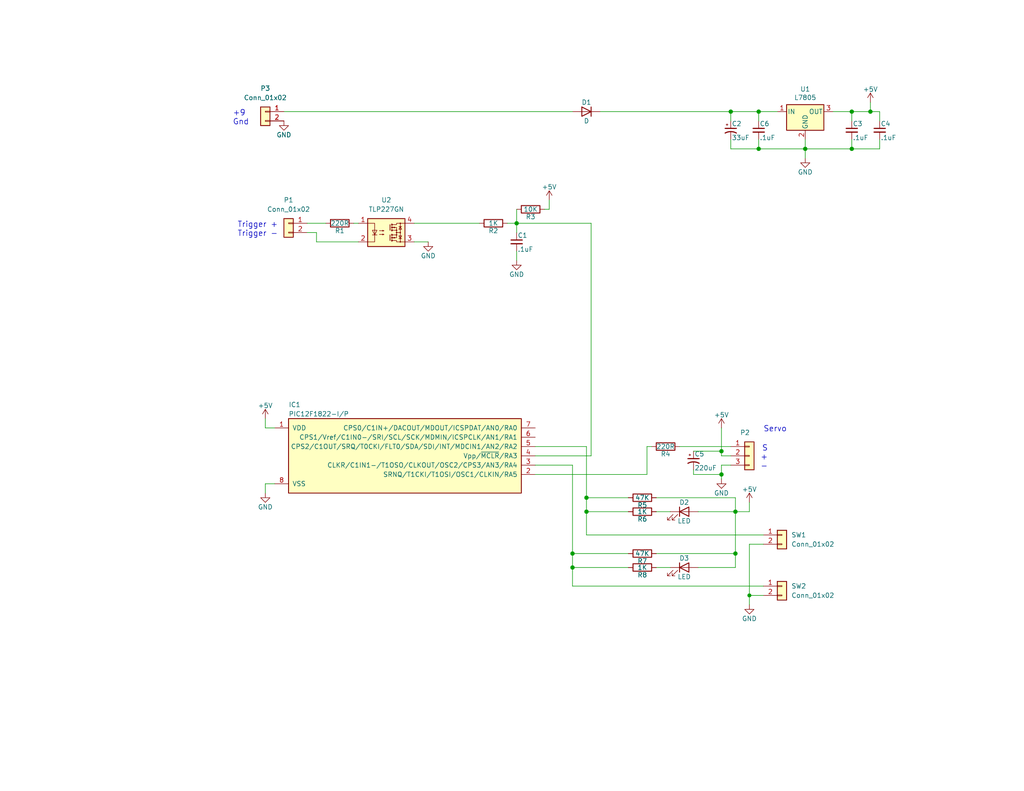
<source format=kicad_sch>
(kicad_sch (version 20211123) (generator eeschema)
  (paper "A")
  (title_block (title "Rocket Servo") (date "2022-09-25") (rev "n/c") (company "DMFE") (comment 1 "Altimeter triggered servo"))
  (lib_symbols
    (symbol "Connector_Generic:Conn_01x02" (pin_names (offset 1.016) hide)
      (property "Reference" "J" (at 0 2.54 0))
      (property "Value" "Conn_01x02" (at 0 -5.08 0))
      (symbol "Conn_01x02_1_1"
        (rectangle (start -1.27 -2.413) (end 0 -2.667) (stroke (width 0.1524)))
        (rectangle (start -1.27 0.127) (end 0 -0.127) (stroke (width 0.1524)))
        (rectangle (start -1.27 1.27) (end 1.27 -3.81) (stroke (width 0.254)) (fill (type background)))
        (pin passive line (at -5.08 0 0) (length 3.81) (name "Pin_1") (number "1"))
        (pin passive line (at -5.08 -2.54 0) (length 3.81) (name "Pin_2") (number "2"))
      )
    )
    (symbol "Connector_Generic:Conn_01x03" (pin_names (offset 1.016) hide)
      (property "Reference" "J" (at 0 5.08 0))
      (property "Value" "Conn_01x03" (at 0 -5.08 0))
      (symbol "Conn_01x03_1_1"
        (rectangle (start -1.27 -2.413) (end 0 -2.667) (stroke (width 0.1524)))
        (rectangle (start -1.27 0.127) (end 0 -0.127) (stroke (width 0.1524)))
        (rectangle (start -1.27 2.667) (end 0 2.413) (stroke (width 0.1524)))
        (rectangle (start -1.27 3.81) (end 1.27 -3.81) (stroke (width 0.254)) (fill (type background)))
        (pin passive line (at -5.08 2.54 0) (length 3.81) (name "Pin_1") (number "1"))
        (pin passive line (at -5.08 0 0) (length 3.81) (name "Pin_2") (number "2"))
        (pin passive line (at -5.08 -2.54 0) (length 3.81) (name "Pin_3") (number "3"))
      )
    )
    (symbol "Device:CP1_Small" (pin_numbers hide) (pin_names (offset 0.254) hide)
      (property "Reference" "C" (at 0.254 1.778 0))
      (property "Value" "CP1_Small" (at 0.254 -2.032 0))
      (symbol "CP1_Small_0_1"
        (polyline (pts (xy -1.524 0.508) (xy 1.524 0.508)) (stroke (width 0.3048)))
        (polyline (pts (xy -1.27 1.524) (xy -0.762 1.524)))
        (polyline (pts (xy -1.016 1.27) (xy -1.016 1.778)))
        (arc (start 1.524 -0.762) (mid 0 -0.3734) (end -1.524 -0.762) (stroke (width 0.3048)))
      )
      (symbol "CP1_Small_1_1"
        (pin passive line (at 0 2.54 270) (length 2.032) (name "~") (number "1"))
        (pin passive line (at 0 -2.54 90) (length 2.032) (name "~") (number "2"))
      )
    )
    (symbol "Device:C_Small" (pin_numbers hide) (pin_names (offset 0.254) hide)
      (property "Reference" "C" (at 0.254 1.778 0))
      (property "Value" "C_Small" (at 0.254 -2.032 0))
      (symbol "C_Small_0_1"
        (polyline (pts (xy -1.524 -0.508) (xy 1.524 -0.508)) (stroke (width 0.3302)))
        (polyline (pts (xy -1.524 0.508) (xy 1.524 0.508)) (stroke (width 0.3048)))
      )
      (symbol "C_Small_1_1"
        (pin passive line (at 0 2.54 270) (length 2.032) (name "~") (number "1"))
        (pin passive line (at 0 -2.54 90) (length 2.032) (name "~") (number "2"))
      )
    )
    (symbol "Device:D" (pin_numbers hide) (pin_names (offset 1.016) hide)
      (property "Reference" "D" (at 0 2.54 0))
      (property "Value" "D" (at 0 -2.54 0))
      (symbol "D_0_1"
        (polyline (pts (xy -1.27 1.27) (xy -1.27 -1.27)) (stroke (width 0.254)))
        (polyline (pts (xy 1.27 0) (xy -1.27 0)))
        (polyline (pts (xy 1.27 1.27) (xy 1.27 -1.27) (xy -1.27 0) (xy 1.27 1.27)) (stroke (width 0.254)))
      )
      (symbol "D_1_1"
        (pin passive line (at -3.81 0 0) (length 2.54) (name "K") (number "1"))
        (pin passive line (at 3.81 0 180) (length 2.54) (name "A") (number "2"))
      )
    )
    (symbol "Device:LED" (pin_numbers hide) (pin_names (offset 1.016) hide)
      (property "Reference" "D" (at 0 2.54 0))
      (property "Value" "LED" (at 0 -2.54 0))
      (symbol "LED_0_1"
        (polyline (pts (xy -1.27 -1.27) (xy -1.27 1.27)) (stroke (width 0.254)))
        (polyline (pts (xy -1.27 0) (xy 1.27 0)))
        (polyline (pts (xy 1.27 -1.27) (xy 1.27 1.27) (xy -1.27 0) (xy 1.27 -1.27)) (stroke (width 0.254)))
        (polyline (pts (xy -3.048 -0.762) (xy -4.572 -2.286) (xy -3.81 -2.286) (xy -4.572 -2.286) (xy -4.572 -1.524)))
        (polyline (pts (xy -1.778 -0.762) (xy -3.302 -2.286) (xy -2.54 -2.286) (xy -3.302 -2.286) (xy -3.302 -1.524)))
      )
      (symbol "LED_1_1"
        (pin passive line (at -3.81 0 0) (length 2.54) (name "K") (number "1"))
        (pin passive line (at 3.81 0 180) (length 2.54) (name "A") (number "2"))
      )
    )
    (symbol "Device:R" (pin_numbers hide) (pin_names (offset 0))
      (property "Reference" "R" (at 2.032 0 90))
      (property "Value" "R" (at 0 0 90))
      (symbol "R_0_1"
        (rectangle (start -1.016 -2.54) (end 1.016 2.54) (stroke (width 0.254)))
      )
      (symbol "R_1_1"
        (pin passive line (at 0 3.81 270) (length 1.27) (name "~") (number "1"))
        (pin passive line (at 0 -3.81 90) (length 1.27) (name "~") (number "2"))
      )
    )
    (symbol "RCSMCtrl-rescue:PIC12(L)F1822-I_P" (pin_names (offset 1.016))
      (property "Reference" "U" (at -31.75 13.97 0))
      (property "Value" "PIC12(L)F1822-I_P" (at -31.75 11.43 0))
      (symbol "PIC12(L)F1822-I_P_0_1"
        (rectangle (start 31.75 -10.16) (end -31.75 10.16) (stroke (width 0.254)) (fill (type background)))
      )
      (symbol "PIC12(L)F1822-I_P_1_1"
        (pin power_in line (at -35.56 7.62 0) (length 3.81) (name "VDD") (number "1"))
        (pin bidirectional line (at 35.56 -5.08 180) (length 3.81) (name "SRNQ/T1CKI/T1OSI/OSC1/CLKIN/RA5") (number "2"))
        (pin bidirectional line (at 35.56 -2.54 180) (length 3.81) (name "CLKR/C1IN1-/T1OSO/CLKOUT/OSC2/CPS3/AN3/RA4") (number "3"))
        (pin input line (at 35.56 0 180) (length 3.81) (name "Vpp/~{MCLR}/RA3") (number "4"))
        (pin bidirectional line (at 35.56 2.54 180) (length 3.81) (name "CPS2/C1OUT/SRQ/T0CKI/FLT0/SDA/SDI/INT/MDCIN1/AN2/RA2") (number "5"))
        (pin bidirectional line (at 35.56 5.08 180) (length 3.81) (name "CPS1/Vref/C1IN0-/SRI/SCL/SCK/MDMIN/ICSPCLK/AN1/RA1") (number "6"))
        (pin bidirectional line (at 35.56 7.62 180) (length 3.81) (name "CPS0/C1IN+/DACOUT/MDOUT/ICSPDAT/AN0/RA0") (number "7"))
        (pin power_in line (at -35.56 -7.62 0) (length 3.81) (name "VSS") (number "8"))
      )
    )
    (symbol "Regulator_Linear:L7805" (pin_names (offset 0.254))
      (property "Reference" "U" (at -3.81 3.175 0))
      (property "Value" "L7805" (at 0 3.175 0))
      (symbol "L7805_0_1"
        (rectangle (start -5.08 1.905) (end 5.08 -5.08) (stroke (width 0.254)) (fill (type background)))
      )
      (symbol "L7805_1_1"
        (pin power_in line (at -7.62 0 0) (length 2.54) (name "IN") (number "1"))
        (pin power_in line (at 0 -7.62 90) (length 2.54) (name "GND") (number "2"))
        (pin power_out line (at 7.62 0 180) (length 2.54) (name "OUT") (number "3"))
      )
    )
    (symbol "Relay_SolidState:TLP222A"
      (property "Reference" "U" (at -5.08 5.08 0))
      (property "Value" "TLP222A" (at 0 5.08 0))
      (symbol "TLP222A_0_1"
        (rectangle (start -5.08 3.81) (end 5.08 -3.81) (stroke (width 0.254)) (fill (type background)))
        (polyline (pts (xy -3.81 -0.635) (xy -2.54 -0.635)))
        (polyline (pts (xy 1.016 -0.635) (xy 1.016 -2.159)) (stroke (width 0.2032)))
        (polyline (pts (xy 1.016 2.159) (xy 1.016 0.635)) (stroke (width 0.2032)))
        (polyline (pts (xy 1.524 -0.508) (xy 1.524 -0.762)) (stroke (width 0.3556)))
        (polyline (pts (xy 2.794 0) (xy 3.81 0)))
        (polyline (pts (xy 3.429 -1.651) (xy 4.191 -1.651)))
        (polyline (pts (xy 3.429 1.651) (xy 4.191 1.651)))
        (polyline (pts (xy 3.81 -2.54) (xy 3.81 2.54)))
        (polyline (pts (xy 1.524 -2.032) (xy 1.524 -2.286) (xy 1.524 -2.286)) (stroke (width 0.3556)))
        (polyline (pts (xy 1.524 -1.27) (xy 1.524 -1.524) (xy 1.524 -1.524)) (stroke (width 0.3556)))
        (polyline (pts (xy 1.524 0.762) (xy 1.524 0.508) (xy 1.524 0.508)) (stroke (width 0.3556)))
        (polyline (pts (xy 1.524 1.524) (xy 1.524 1.27) (xy 1.524 1.27)) (stroke (width 0.3556)))
        (polyline (pts (xy 1.524 2.286) (xy 1.524 2.032) (xy 1.524 2.032)) (stroke (width 0.3556)))
        (polyline (pts (xy 1.651 -1.397) (xy 2.794 -1.397) (xy 2.794 -0.635)))
        (polyline (pts (xy 1.651 1.397) (xy 2.794 1.397) (xy 2.794 0.635)))
        (polyline (pts (xy -5.08 2.54) (xy -3.175 2.54) (xy -3.175 -2.54) (xy -5.08 -2.54)))
        (polyline (pts (xy -3.175 -0.635) (xy -3.81 0.635) (xy -2.54 0.635) (xy -3.175 -0.635)))
        (polyline (pts (xy 1.651 -2.159) (xy 2.794 -2.159) (xy 2.794 -2.54) (xy 5.08 -2.54)))
        (polyline (pts (xy 1.651 -0.635) (xy 2.794 -0.635) (xy 2.794 0.635) (xy 1.651 0.635)))
        (polyline (pts (xy 1.651 2.159) (xy 2.794 2.159) (xy 2.794 2.54) (xy 5.08 2.54)))
        (polyline (pts (xy 1.778 -1.397) (xy 2.286 -1.27) (xy 2.286 -1.524) (xy 1.778 -1.397)))
        (polyline (pts (xy 1.778 1.397) (xy 2.286 1.524) (xy 2.286 1.27) (xy 1.778 1.397)))
        (polyline (pts (xy 3.81 -1.651) (xy 3.429 -0.889) (xy 4.191 -0.889) (xy 3.81 -1.651)))
        (polyline (pts (xy 3.81 1.651) (xy 3.429 0.889) (xy 4.191 0.889) (xy 3.81 1.651)))
        (polyline (pts (xy -1.905 -0.508) (xy -0.635 -0.508) (xy -1.016 -0.635) (xy -1.016 -0.381) (xy -0.635 -0.508)))
        (polyline (pts (xy -1.905 0.508) (xy -0.635 0.508) (xy -1.016 0.381) (xy -1.016 0.635) (xy -0.635 0.508)))
        (circle (center 2.794 -0.635) (radius 0.127))
        (circle (center 2.794 0) (radius 0.127))
        (circle (center 2.794 0.635) (radius 0.127))
        (circle (center 3.81 -2.54) (radius 0.127))
        (circle (center 3.81 0) (radius 0.127))
        (circle (center 3.81 2.54) (radius 0.127))
      )
      (symbol "TLP222A_1_1"
        (pin passive line (at -7.62 2.54 0) (length 2.54) (name "~") (number "1"))
        (pin passive line (at -7.62 -2.54 0) (length 2.54) (name "~") (number "2"))
        (pin passive line (at 7.62 -2.54 180) (length 2.54) (name "~") (number "3"))
        (pin passive line (at 7.62 2.54 180) (length 2.54) (name "~") (number "4"))
      )
    )
    (symbol "power:+5V" (power) (pin_names (offset 0))
      (property "Value" "+5V" (at 0 3.556 0))
      (symbol "+5V_0_1"
        (polyline (pts (xy -0.762 1.27) (xy 0 2.54)))
        (polyline (pts (xy 0 0) (xy 0 2.54)))
        (polyline (pts (xy 0 2.54) (xy 0.762 1.27)))
      )
      (symbol "+5V_1_1"
        (pin power_in line (at 0 0 90) (length 0) hide (name "+5V") (number "1"))
      )
    )
    (symbol "power:GND" (power) (pin_names (offset 0))
      (property "Value" "GND" (at 0 -3.81 0))
      (symbol "GND_0_1"
        (polyline (pts (xy 0 0) (xy 0 -1.27) (xy 1.27 -1.27) (xy 0 -2.54) (xy -1.27 -1.27) (xy 0 -1.27)))
      )
      (symbol "GND_1_1"
        (pin power_in line (at 0 0 270) (length 0) hide (name "GND") (number "1"))
      )
    )
  )
  (junction (at 204.47 162.56))
  (junction (at 237.49 30.48) (diameter 1.016))
  (junction (at 196.85 129.54) (diameter 1.016))
  (junction (at 207.01 30.48) (diameter 1.016))
  (junction (at 160.02 135.89) (diameter 1.016))
  (junction (at 232.41 40.64) (diameter 1.016))
  (junction (at 200.66 139.7) (diameter 1.016))
  (junction (at 232.41 30.48) (diameter 1.016))
  (junction (at 140.97 60.96) (diameter 1.016))
  (junction (at 199.39 30.48) (diameter 1.016))
  (junction (at 207.01 40.64) (diameter 1.016))
  (junction (at 219.71 40.64) (diameter 1.016))
  (junction (at 200.66 151.13) (diameter 1.016))
  (junction (at 160.02 139.7) (diameter 1.016))
  (junction (at 156.21 151.13) (diameter 1.016))
  (junction (at 156.21 154.94) (diameter 1.016))
  (junction (at 196.85 123.19) (diameter 1.016))
  (wire (pts (xy 207.01 40.64) (xy 219.71 40.64)))
  (wire (pts (xy 179.07 151.13) (xy 200.66 151.13)))
  (wire (pts (xy 204.47 162.56) (xy 208.28 162.56)))
  (wire (pts (xy 83.82 60.96) (xy 88.9 60.96)))
  (wire (pts (xy 237.49 30.48) (xy 240.03 30.48)))
  (wire (pts (xy 138.43 60.96) (xy 140.97 60.96)))
  (wire (pts (xy 72.39 116.84) (xy 74.93 116.84)))
  (wire (pts (xy 189.23 128.27) (xy 189.23 129.54)))
  (wire (pts (xy 179.07 154.94) (xy 182.88 154.94)))
  (wire (pts (xy 237.49 30.48) (xy 237.49 27.94)))
  (wire (pts (xy 140.97 60.96) (xy 140.97 63.5)))
  (wire (pts (xy 72.39 134.62) (xy 72.39 132.08)))
  (wire (pts (xy 160.02 139.7) (xy 171.45 139.7)))
  (wire (pts (xy 190.5 139.7) (xy 200.66 139.7)))
  (wire (pts (xy 156.21 127) (xy 156.21 151.13)))
  (wire (pts (xy 219.71 40.64) (xy 232.41 40.64)))
  (wire (pts (xy 86.36 63.5) (xy 86.36 66.04)))
  (wire (pts (xy 208.28 148.59) (xy 204.47 148.59)))
  (wire (pts (xy 200.66 139.7) (xy 200.66 151.13)))
  (wire (pts (xy 149.86 57.15) (xy 148.59 57.15)))
  (wire (pts (xy 160.02 135.89) (xy 160.02 139.7)))
  (wire (pts (xy 199.39 124.46) (xy 196.85 124.46)))
  (wire (pts (xy 232.41 33.02) (xy 232.41 30.48)))
  (wire (pts (xy 232.41 30.48) (xy 237.49 30.48)))
  (wire (pts (xy 204.47 139.7) (xy 204.47 137.16)))
  (wire (pts (xy 196.85 123.19) (xy 196.85 116.84)))
  (wire (pts (xy 160.02 121.92) (xy 160.02 135.89)))
  (wire (pts (xy 161.29 60.96) (xy 140.97 60.96)))
  (wire (pts (xy 160.02 139.7) (xy 160.02 146.05)))
  (wire (pts (xy 227.33 30.48) (xy 232.41 30.48)))
  (wire (pts (xy 149.86 54.61) (xy 149.86 57.15)))
  (wire (pts (xy 196.85 127) (xy 196.85 129.54)))
  (wire (pts (xy 161.29 124.46) (xy 146.05 124.46)))
  (wire (pts (xy 83.82 63.5) (xy 86.36 63.5)))
  (wire (pts (xy 113.03 60.96) (xy 130.81 60.96)))
  (wire (pts (xy 146.05 129.54) (xy 176.53 129.54)))
  (wire (pts (xy 156.21 154.94) (xy 156.21 160.02)))
  (wire (pts (xy 196.85 124.46) (xy 196.85 123.19)))
  (wire (pts (xy 219.71 40.64) (xy 219.71 43.18)))
  (wire (pts (xy 200.66 135.89) (xy 200.66 139.7)))
  (wire (pts (xy 232.41 40.64) (xy 240.03 40.64)))
  (wire (pts (xy 200.66 151.13) (xy 200.66 154.94)))
  (wire (pts (xy 199.39 38.1) (xy 199.39 40.64)))
  (wire (pts (xy 163.83 30.48) (xy 199.39 30.48)))
  (wire (pts (xy 199.39 121.92) (xy 185.42 121.92)))
  (wire (pts (xy 199.39 33.02) (xy 199.39 30.48)))
  (wire (pts (xy 72.39 114.3) (xy 72.39 116.84)))
  (wire (pts (xy 146.05 127) (xy 156.21 127)))
  (wire (pts (xy 160.02 135.89) (xy 171.45 135.89)))
  (wire (pts (xy 176.53 129.54) (xy 176.53 121.92)))
  (wire (pts (xy 219.71 38.1) (xy 219.71 40.64)))
  (wire (pts (xy 140.97 71.12) (xy 140.97 68.58)))
  (wire (pts (xy 156.21 151.13) (xy 171.45 151.13)))
  (wire (pts (xy 189.23 129.54) (xy 196.85 129.54)))
  (wire (pts (xy 113.03 66.04) (xy 116.84 66.04)))
  (wire (pts (xy 240.03 40.64) (xy 240.03 38.1)))
  (wire (pts (xy 207.01 33.02) (xy 207.01 30.48)))
  (wire (pts (xy 156.21 154.94) (xy 171.45 154.94)))
  (wire (pts (xy 146.05 121.92) (xy 160.02 121.92)))
  (wire (pts (xy 199.39 127) (xy 196.85 127)))
  (wire (pts (xy 199.39 30.48) (xy 207.01 30.48)))
  (wire (pts (xy 200.66 135.89) (xy 179.07 135.89)))
  (wire (pts (xy 204.47 148.59) (xy 204.47 162.56)))
  (wire (pts (xy 160.02 146.05) (xy 208.28 146.05)))
  (wire (pts (xy 204.47 162.56) (xy 204.47 165.1)))
  (wire (pts (xy 140.97 60.96) (xy 140.97 57.15)))
  (wire (pts (xy 179.07 139.7) (xy 182.88 139.7)))
  (wire (pts (xy 161.29 60.96) (xy 161.29 124.46)))
  (wire (pts (xy 176.53 121.92) (xy 177.8 121.92)))
  (wire (pts (xy 156.21 151.13) (xy 156.21 154.94)))
  (wire (pts (xy 240.03 30.48) (xy 240.03 33.02)))
  (wire (pts (xy 207.01 38.1) (xy 207.01 40.64)))
  (wire (pts (xy 86.36 66.04) (xy 97.79 66.04)))
  (wire (pts (xy 189.23 123.19) (xy 196.85 123.19)))
  (wire (pts (xy 200.66 154.94) (xy 190.5 154.94)))
  (wire (pts (xy 207.01 30.48) (xy 212.09 30.48)))
  (wire (pts (xy 156.21 160.02) (xy 208.28 160.02)))
  (wire (pts (xy 200.66 139.7) (xy 204.47 139.7)))
  (wire (pts (xy 196.85 129.54) (xy 196.85 130.81)))
  (wire (pts (xy 96.52 60.96) (xy 97.79 60.96)))
  (wire (pts (xy 72.39 132.08) (xy 74.93 132.08)))
  (wire (pts (xy 232.41 38.1) (xy 232.41 40.64)))
  (wire (pts (xy 77.47 30.48) (xy 156.21 30.48)))
  (wire (pts (xy 199.39 40.64) (xy 207.01 40.64)))
  (text "+9\nGnd" (at 63.5 34.29 0) (effects (font (size 1.524 1.524)) (justify left bottom)))
  (text "S\n+\n-" (at 209.55 128.27 180) (effects (font (size 1.524 1.524)) (justify right bottom)))
  (text "Trigger +\nTrigger -" (at 64.77 64.77 0) (effects (font (size 1.524 1.524)) (justify left bottom)))
  (text "Servo" (at 208.28 118.11 0) (effects (font (size 1.524 1.524)) (justify left bottom)))
  (symbol (lib_id "RCSMCtrl-rescue:PIC12(L)F1822-I_P") (at 110.49 124.46 0) (unit 1)
    (property "Reference" "IC1" (at 78.74 110.49 0) (effects (justify left)))
    (property "Value" "PIC12F1822-I/P" (at 78.74 113.03 0) (effects (justify left)))
    (property "Footprint" "Package_DIP:DIP-8_W7.62mm_LongPads" (effects hide))
  )
  (symbol (lib_id "Device:D") (at 160.02 30.48 0) (mirror y) (unit 1)
    (property "Reference" "D1" (at 160.02 27.94 0))
    (property "Value" "D" (at 160.02 33.02 0))
    (property "Footprint" "Diode_SMD:D_SMA" (effects hide))
  )
  (symbol (lib_id "Device:CP1_Small") (at 199.39 35.56 0) (unit 1)
    (property "Reference" "C2" (at 199.644 33.782 0) (effects (justify left)))
    (property "Value" "33uF" (at 199.644 37.592 0) (effects (justify left)))
    (property "Footprint" "Capacitor_THT:CP_Radial_D6.3mm_P2.50mm" (effects hide))
  )
  (symbol (lib_id "Device:C_Small") (at 232.41 35.56 0) (unit 1)
    (property "Reference" "C3" (at 232.664 33.782 0) (effects (justify left)))
    (property "Value" ".1uF" (at 232.664 37.592 0) (effects (justify left)))
    (property "Footprint" "Capacitor_SMD:C_0805_2012Metric_Pad1.18x1.45mm_HandSolder" (effects hide))
  )
  (symbol (lib_id "Device:C_Small") (at 240.03 35.56 0) (unit 1)
    (property "Reference" "C4" (at 240.284 33.782 0) (effects (justify left)))
    (property "Value" ".1uF" (at 240.284 37.592 0) (effects (justify left)))
    (property "Footprint" "Capacitor_SMD:C_0805_2012Metric_Pad1.18x1.45mm_HandSolder" (effects hide))
  )
  (symbol (lib_id "power:+5V") (at 237.49 27.94 0) (unit 1)
    (property "Reference" "#PWR01" (effects hide))
    (property "Value" "+5V" (at 237.49 24.384 0))
  )
  (symbol (lib_id "power:GND") (at 219.71 43.18 0) (unit 1)
    (property "Reference" "#PWR02" (effects hide))
    (property "Value" "GND" (at 219.71 46.99 0))
  )
  (symbol (lib_id "power:+5V") (at 196.85 116.84 0) (unit 1)
    (property "Reference" "#PWR05" (effects hide))
    (property "Value" "+5V" (at 196.85 113.284 0))
  )
  (symbol (lib_id "power:GND") (at 196.85 130.81 0) (unit 1)
    (property "Reference" "#PWR06" (effects hide))
    (property "Value" "GND" (at 196.85 134.62 0))
  )
  (symbol (lib_id "Device:R") (at 181.61 121.92 270) (unit 1)
    (property "Reference" "R4" (at 181.61 123.952 90))
    (property "Value" "220R" (at 181.61 121.92 90))
    (property "Footprint" "Resistor_SMD:R_0805_2012Metric_Pad1.20x1.40mm_HandSolder" (effects hide))
  )
  (symbol (lib_id "power:+5V") (at 72.39 114.3 0) (unit 1)
    (property "Reference" "#PWR07" (effects hide))
    (property "Value" "+5V" (at 72.39 110.744 0))
  )
  (symbol (lib_id "power:GND") (at 72.39 134.62 0) (unit 1)
    (property "Reference" "#PWR08" (effects hide))
    (property "Value" "GND" (at 72.39 138.43 0))
  )
  (symbol (lib_id "Device:R") (at 134.62 60.96 270) (unit 1)
    (property "Reference" "R2" (at 134.62 62.992 90))
    (property "Value" "1K" (at 134.62 60.96 90))
    (property "Footprint" "Resistor_SMD:R_0805_2012Metric_Pad1.20x1.40mm_HandSolder" (effects hide))
  )
  (symbol (lib_id "Device:R") (at 144.78 57.15 270) (unit 1)
    (property "Reference" "R3" (at 144.78 59.182 90))
    (property "Value" "10K" (at 144.78 57.15 90))
    (property "Footprint" "Resistor_SMD:R_0805_2012Metric_Pad1.20x1.40mm_HandSolder" (effects hide))
  )
  (symbol (lib_id "Device:C_Small") (at 140.97 66.04 0) (unit 1)
    (property "Reference" "C1" (at 141.224 64.262 0) (effects (justify left)))
    (property "Value" ".1uF" (at 141.224 68.072 0) (effects (justify left)))
    (property "Footprint" "Capacitor_SMD:C_0805_2012Metric_Pad1.18x1.45mm_HandSolder" (effects hide))
  )
  (symbol (lib_id "power:+5V") (at 149.86 54.61 0) (unit 1)
    (property "Reference" "#PWR010" (effects hide))
    (property "Value" "+5V" (at 149.86 51.054 0))
  )
  (symbol (lib_id "power:GND") (at 140.97 71.12 0) (unit 1)
    (property "Reference" "#PWR011" (effects hide))
    (property "Value" "GND" (at 140.97 74.93 0))
  )
  (symbol (lib_id "Device:LED") (at 186.69 139.7 0) (unit 1)
    (property "Reference" "D2" (at 186.69 137.16 0))
    (property "Value" "LED" (at 186.69 142.24 0))
    (property "Footprint" "LED_SMD:LED_1206_3216Metric_Pad1.42x1.75mm_HandSolder" (effects hide))
  )
  (symbol (lib_id "Device:LED") (at 186.69 154.94 0) (unit 1)
    (property "Reference" "D3" (at 186.69 152.4 0))
    (property "Value" "LED" (at 186.69 157.48 0))
    (property "Footprint" "LED_SMD:LED_1206_3216Metric_Pad1.42x1.75mm_HandSolder" (effects hide))
  )
  (symbol (lib_id "power:+5V") (at 204.47 137.16 0) (unit 1)
    (property "Reference" "#PWR012" (effects hide))
    (property "Value" "+5V" (at 204.47 133.604 0))
  )
  (symbol (lib_id "Device:R") (at 175.26 139.7 270) (unit 1)
    (property "Reference" "R6" (at 175.26 141.732 90))
    (property "Value" "1K" (at 175.26 139.7 90))
    (property "Footprint" "Resistor_SMD:R_0805_2012Metric_Pad1.20x1.40mm_HandSolder" (effects hide))
  )
  (symbol (lib_id "Device:R") (at 175.26 154.94 270) (unit 1)
    (property "Reference" "R8" (at 175.26 156.972 90))
    (property "Value" "1K" (at 175.26 154.94 90))
    (property "Footprint" "Resistor_SMD:R_0805_2012Metric_Pad1.20x1.40mm_HandSolder" (effects hide))
  )
  (symbol (lib_id "Device:R") (at 175.26 135.89 270) (unit 1)
    (property "Reference" "R5" (at 175.26 137.922 90))
    (property "Value" "47K" (at 175.26 135.89 90))
    (property "Footprint" "Resistor_SMD:R_0805_2012Metric_Pad1.20x1.40mm_HandSolder" (effects hide))
  )
  (symbol (lib_id "Device:R") (at 175.26 151.13 270) (unit 1)
    (property "Reference" "R7" (at 175.26 153.162 90))
    (property "Value" "47K" (at 175.26 151.13 90))
    (property "Footprint" "Resistor_SMD:R_0805_2012Metric_Pad1.20x1.40mm_HandSolder" (effects hide))
  )
  (symbol (lib_id "power:GND") (at 204.47 165.1 0) (unit 1)
    (property "Reference" "#PWR013" (effects hide))
    (property "Value" "GND" (at 204.47 168.91 0))
  )
  (symbol (lib_id "Connector_Generic:Conn_01x03") (at 204.47 124.46 0) (unit 1)
    (property "Reference" "P2" (at 201.93 118.11 0) (effects (justify left)))
    (property "Value" "Conn_01x03" (effects hide))
    (property "Footprint" "Connector_PinHeader_2.54mm:PinHeader_1x03_P2.54mm_Vertical" (effects hide))
  )
  (symbol (lib_id "Regulator_Linear:L7805") (at 219.71 30.48 0) (unit 1)
    (property "Reference" "U1" (at 219.71 24.3332 0))
    (property "Value" "L7805" (at 219.71 26.6446 0))
    (property "Footprint" "Package_TO_SOT_SMD:TO-252-3_TabPin2" (effects hide))
    (property "Datasheet" "http://www.st.com/content/ccc/resource/technical/document/datasheet/41/4f/b3/b0/12/d4/47/88/CD00000444.pdf/files/CD00000444.pdf/jcr:content/translations/en.CD00000444.pdf" (effects hide))
  )
  (symbol (lib_id "Device:CP1_Small") (at 189.23 125.73 0) (unit 1)
    (property "Reference" "C5" (at 189.484 123.952 0) (effects (justify left)))
    (property "Value" "220uF" (at 189.484 127.762 0) (effects (justify left)))
    (property "Footprint" "Capacitor_THT:CP_Radial_D6.3mm_P2.50mm" (effects hide))
  )
  (symbol (lib_id "Device:C_Small") (at 207.01 35.56 0) (unit 1)
    (property "Reference" "C6" (at 207.264 33.782 0) (effects (justify left)))
    (property "Value" ".1uF" (at 207.264 37.592 0) (effects (justify left)))
    (property "Footprint" "Capacitor_SMD:C_0805_2012Metric_Pad1.18x1.45mm_HandSolder" (effects hide))
  )
  (symbol (lib_id "power:GND") (at 116.84 66.04 0) (unit 1)
    (property "Reference" "#PWR0102" (effects hide))
    (property "Value" "GND" (at 116.84 69.85 0))
  )
  (symbol (lib_id "Relay_SolidState:TLP222A") (at 105.41 63.5 0) (unit 1)
    (property "Reference" "U2" (at 105.41 54.61 0))
    (property "Value" "TLP227GN" (at 105.41 57.15 0))
    (property "Footprint" "Package_DIP:DIP-4_W7.62mm_LongPads" (effects hide))
    (property "Datasheet" "https://toshiba.semicon-storage.com/info/docget.jsp?did=17036&prodName=TLP222A" (effects hide))
  )
  (symbol (lib_id "Connector_Generic:Conn_01x02") (at 78.74 60.96 0) (mirror y) (unit 1)
    (property "Reference" "P1" (at 78.74 54.61 0))
    (property "Value" "Conn_01x02" (at 78.74 57.15 0))
    (property "Footprint" "Connector_PinHeader_2.54mm:PinHeader_1x02_P2.54mm_Horizontal" (effects hide))
  )
  (symbol (lib_id "power:GND") (at 77.47 33.02 0) (unit 1)
    (property "Reference" "#PWR0101" (effects hide))
    (property "Value" "GND" (at 77.47 36.83 0))
  )
  (symbol (lib_id "Connector_Generic:Conn_01x02") (at 213.36 160.02 0) (unit 1)
    (property "Reference" "SW2" (at 215.9 160.0199 0) (effects (justify left)))
    (property "Value" "Conn_01x02" (at 215.9 162.5599 0) (effects (justify left)))
    (property "Footprint" "Connector_PinHeader_2.54mm:PinHeader_1x02_P2.54mm_Vertical" (effects hide))
  )
  (symbol (lib_id "Connector_Generic:Conn_01x02") (at 72.39 30.48 0) (mirror y) (unit 1)
    (property "Reference" "P3" (at 72.39 24.13 0))
    (property "Value" "Conn_01x02" (at 72.39 26.67 0))
    (property "Footprint" "Connector_PinHeader_2.54mm:PinHeader_1x02_P2.54mm_Vertical" (effects hide))
  )
  (symbol (lib_id "Connector_Generic:Conn_01x02") (at 213.36 146.05 0) (unit 1)
    (property "Reference" "SW1" (at 215.9 146.0499 0) (effects (justify left)))
    (property "Value" "Conn_01x02" (at 215.9 148.5899 0) (effects (justify left)))
    (property "Footprint" "Connector_PinHeader_2.54mm:PinHeader_1x02_P2.54mm_Vertical" (effects hide))
  )
  (symbol (lib_id "Device:R") (at 92.71 60.96 270) (unit 1)
    (property "Reference" "R1" (at 92.71 62.992 90))
    (property "Value" "220R" (at 92.71 60.96 90))
    (property "Footprint" "Resistor_SMD:R_0805_2012Metric_Pad1.20x1.40mm_HandSolder" (effects hide))
  )
)
</source>
